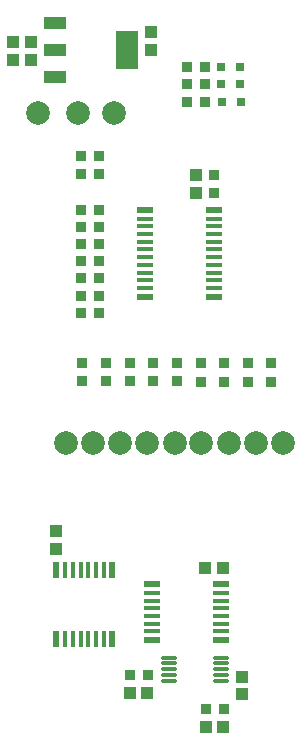
<source format=gtp>
G04*
G04 #@! TF.GenerationSoftware,Altium Limited,Altium Designer,20.2.6 (244)*
G04*
G04 Layer_Color=8421504*
%FSLAX25Y25*%
%MOIN*%
G70*
G04*
G04 #@! TF.SameCoordinates,D2CA1042-FCDB-4722-9DB7-4357A502210D*
G04*
G04*
G04 #@! TF.FilePolarity,Positive*
G04*
G01*
G75*
%ADD17R,0.03347X0.03543*%
%ADD18R,0.04134X0.03937*%
%ADD19R,0.05315X0.02362*%
%ADD20R,0.05315X0.01575*%
%ADD21O,0.05709X0.01181*%
%ADD22R,0.03937X0.04134*%
%ADD23C,0.07874*%
%ADD24R,0.03543X0.03347*%
%ADD25R,0.07284X0.12598*%
%ADD26R,0.07284X0.03937*%
%ADD27R,0.03150X0.03150*%
%ADD28R,0.02362X0.05315*%
%ADD29R,0.01575X0.05315*%
D17*
X103799Y190394D02*
D03*
X97697D02*
D03*
X129154Y179016D02*
D03*
X123051D02*
D03*
X87382Y345630D02*
D03*
X81279D02*
D03*
Y328465D02*
D03*
X87382D02*
D03*
X81279Y334173D02*
D03*
X87382D02*
D03*
X81279Y316850D02*
D03*
X87382D02*
D03*
X81279Y339921D02*
D03*
X87382D02*
D03*
X81279Y311142D02*
D03*
X87382D02*
D03*
Y322756D02*
D03*
X81279D02*
D03*
X122736Y393071D02*
D03*
X116634D02*
D03*
X116673Y387362D02*
D03*
X122776D02*
D03*
X116713Y381614D02*
D03*
X122815D02*
D03*
D18*
X97598Y184488D02*
D03*
X103504D02*
D03*
X122953Y173071D02*
D03*
X128858D02*
D03*
X122835Y226299D02*
D03*
X128740D02*
D03*
D19*
X128169Y202106D02*
D03*
X105138Y220807D02*
D03*
X128169D02*
D03*
X105138Y202106D02*
D03*
X102618Y345492D02*
D03*
Y316555D02*
D03*
X125650Y345492D02*
D03*
Y316555D02*
D03*
D20*
X128169Y205059D02*
D03*
Y207618D02*
D03*
Y210177D02*
D03*
Y212736D02*
D03*
Y215295D02*
D03*
Y217854D02*
D03*
X105138Y205059D02*
D03*
Y207618D02*
D03*
Y210177D02*
D03*
Y212736D02*
D03*
Y215295D02*
D03*
Y217854D02*
D03*
X125650Y319508D02*
D03*
Y322067D02*
D03*
Y327185D02*
D03*
Y329744D02*
D03*
X102618Y339980D02*
D03*
Y342539D02*
D03*
Y337421D02*
D03*
Y334862D02*
D03*
Y322067D02*
D03*
Y332303D02*
D03*
Y329744D02*
D03*
Y327185D02*
D03*
Y324626D02*
D03*
Y319508D02*
D03*
X125650Y342539D02*
D03*
Y339980D02*
D03*
Y337421D02*
D03*
Y334862D02*
D03*
Y332303D02*
D03*
Y324626D02*
D03*
D21*
X128071Y188425D02*
D03*
Y190394D02*
D03*
Y192362D02*
D03*
Y194331D02*
D03*
Y196299D02*
D03*
X110748Y188425D02*
D03*
Y190394D02*
D03*
Y192362D02*
D03*
Y194331D02*
D03*
Y196299D02*
D03*
D22*
X135079Y189892D02*
D03*
Y183986D02*
D03*
X119685Y357185D02*
D03*
Y351279D02*
D03*
X64882Y401457D02*
D03*
Y395551D02*
D03*
X58780Y395551D02*
D03*
Y401457D02*
D03*
X73110Y232559D02*
D03*
Y238465D02*
D03*
X104685Y404646D02*
D03*
Y398740D02*
D03*
D23*
X92520Y377953D02*
D03*
X66929D02*
D03*
X80276Y377795D02*
D03*
X85433Y267795D02*
D03*
X121575Y267795D02*
D03*
X130748D02*
D03*
X103543Y267795D02*
D03*
X112598D02*
D03*
X76378Y267795D02*
D03*
X94488D02*
D03*
X139764Y267795D02*
D03*
X148819D02*
D03*
D24*
X81457Y357441D02*
D03*
Y363543D02*
D03*
X125591Y357283D02*
D03*
Y351181D02*
D03*
X87244Y357441D02*
D03*
Y363543D02*
D03*
X113386Y294488D02*
D03*
X105512D02*
D03*
X97638D02*
D03*
X89764D02*
D03*
X81890D02*
D03*
Y288386D02*
D03*
X89764D02*
D03*
X97638D02*
D03*
X105512D02*
D03*
X113386D02*
D03*
X121260Y288248D02*
D03*
Y294350D02*
D03*
X129134Y288248D02*
D03*
Y294350D02*
D03*
X137008Y288248D02*
D03*
Y294350D02*
D03*
X144882D02*
D03*
Y288248D02*
D03*
D25*
X96909Y398701D02*
D03*
D26*
X72697Y389646D02*
D03*
Y398701D02*
D03*
Y407756D02*
D03*
D27*
X128504Y381614D02*
D03*
X134803D02*
D03*
X128189Y387559D02*
D03*
X134488D02*
D03*
X128150Y393071D02*
D03*
X134449D02*
D03*
D28*
X91890Y225630D02*
D03*
X73189Y202599D02*
D03*
Y225630D02*
D03*
X91890Y202599D02*
D03*
D29*
X88937Y225630D02*
D03*
X86378D02*
D03*
X83819D02*
D03*
X81260D02*
D03*
X78701D02*
D03*
X76142D02*
D03*
X88937Y202599D02*
D03*
X86378D02*
D03*
X83819D02*
D03*
X81260D02*
D03*
X78701D02*
D03*
X76142D02*
D03*
M02*

</source>
